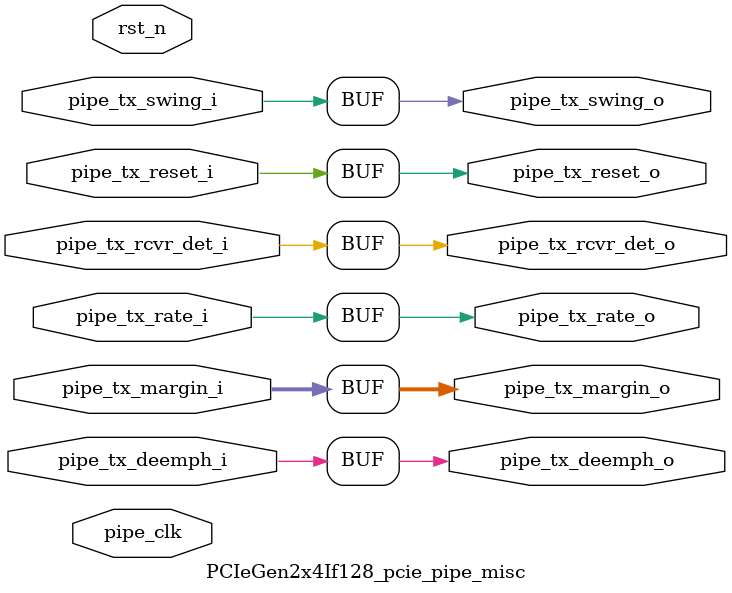
<source format=v>

`timescale 1ps/1ps

(* DowngradeIPIdentifiedWarnings = "yes" *)
module PCIeGen2x4If128_pcie_pipe_misc #
(
    parameter        PIPE_PIPELINE_STAGES = 0,    // 0 - 0 stages, 1 - 1 stage, 2 - 2 stages
    parameter TCQ  = 1 // synthesis warning solved: parameter declaration becomes local
)
(

    input   wire        pipe_tx_rcvr_det_i       ,     // PIPE Tx Receiver Detect
    input   wire        pipe_tx_reset_i          ,     // PIPE Tx Reset
    input   wire        pipe_tx_rate_i           ,     // PIPE Tx Rate
    input   wire        pipe_tx_deemph_i         ,     // PIPE Tx Deemphasis
    input   wire [2:0]  pipe_tx_margin_i         ,     // PIPE Tx Margin
    input   wire        pipe_tx_swing_i          ,     // PIPE Tx Swing

    output  wire        pipe_tx_rcvr_det_o       ,     // Pipelined PIPE Tx Receiver Detect
    output  wire        pipe_tx_reset_o          ,     // Pipelined PIPE Tx Reset
    output  wire        pipe_tx_rate_o           ,     // Pipelined PIPE Tx Rate
    output  wire        pipe_tx_deemph_o         ,     // Pipelined PIPE Tx Deemphasis
    output  wire [2:0]  pipe_tx_margin_o         ,     // Pipelined PIPE Tx Margin
    output  wire        pipe_tx_swing_o          ,     // Pipelined PIPE Tx Swing

    input   wire        pipe_clk                ,      // PIPE Clock
    input   wire        rst_n                          // Reset
);

//******************************************************************//
// Reality check.                                                   //
//******************************************************************//

//    parameter TCQ  = 1;      // clock to out delay model

    generate

    if (PIPE_PIPELINE_STAGES == 0) begin : pipe_stages_0

        assign pipe_tx_rcvr_det_o = pipe_tx_rcvr_det_i;
        assign pipe_tx_reset_o  = pipe_tx_reset_i;
        assign pipe_tx_rate_o = pipe_tx_rate_i;
        assign pipe_tx_deemph_o = pipe_tx_deemph_i;
        assign pipe_tx_margin_o = pipe_tx_margin_i;
        assign pipe_tx_swing_o = pipe_tx_swing_i;

    end // if (PIPE_PIPELINE_STAGES == 0)
    else if (PIPE_PIPELINE_STAGES == 1) begin : pipe_stages_1

    reg                pipe_tx_rcvr_det_q       ;
    reg                pipe_tx_reset_q          ;
    reg                pipe_tx_rate_q           ;
    reg                pipe_tx_deemph_q         ;
    reg [2:0]          pipe_tx_margin_q         ;
    reg                pipe_tx_swing_q          ;

        always @(posedge pipe_clk) begin

        if (rst_n)
        begin

            pipe_tx_rcvr_det_q <= #TCQ 0;
            pipe_tx_reset_q  <= #TCQ 1'b1;
            pipe_tx_rate_q <= #TCQ 0;
            pipe_tx_deemph_q <= #TCQ 1'b1;
            pipe_tx_margin_q <= #TCQ 0;
            pipe_tx_swing_q <= #TCQ 0;

        end
        else
        begin

            pipe_tx_rcvr_det_q <= #TCQ pipe_tx_rcvr_det_i;
            pipe_tx_reset_q  <= #TCQ pipe_tx_reset_i;
            pipe_tx_rate_q <= #TCQ pipe_tx_rate_i;
            pipe_tx_deemph_q <= #TCQ pipe_tx_deemph_i;
            pipe_tx_margin_q <= #TCQ pipe_tx_margin_i;
            pipe_tx_swing_q <= #TCQ pipe_tx_swing_i;

          end

        end

        assign pipe_tx_rcvr_det_o = pipe_tx_rcvr_det_q;
        assign pipe_tx_reset_o  = pipe_tx_reset_q;
        assign pipe_tx_rate_o = pipe_tx_rate_q;
        assign pipe_tx_deemph_o = pipe_tx_deemph_q;
        assign pipe_tx_margin_o = pipe_tx_margin_q;
        assign pipe_tx_swing_o = pipe_tx_swing_q;

    end // if (PIPE_PIPELINE_STAGES == 1)
    else if (PIPE_PIPELINE_STAGES == 2) begin : pipe_stages_2

    reg                pipe_tx_rcvr_det_q       ;
    reg                pipe_tx_reset_q          ;
    reg                pipe_tx_rate_q           ;
    reg                pipe_tx_deemph_q         ;
    reg [2:0]          pipe_tx_margin_q         ;
    reg                pipe_tx_swing_q          ;

    reg                pipe_tx_rcvr_det_qq      ;
    reg                pipe_tx_reset_qq         ;
    reg                pipe_tx_rate_qq          ;
    reg                pipe_tx_deemph_qq        ;
    reg [2:0]          pipe_tx_margin_qq        ;
    reg                pipe_tx_swing_qq         ;

        always @(posedge pipe_clk) begin

        if (rst_n)
        begin

            pipe_tx_rcvr_det_q <= #TCQ 0;
            pipe_tx_reset_q  <= #TCQ 1'b1;
            pipe_tx_rate_q <= #TCQ 0;
            pipe_tx_deemph_q <= #TCQ 1'b1;
            pipe_tx_margin_q <= #TCQ 0;
            pipe_tx_swing_q <= #TCQ 0;

            pipe_tx_rcvr_det_qq <= #TCQ 0;
            pipe_tx_reset_qq  <= #TCQ 1'b1;
            pipe_tx_rate_qq <= #TCQ 0;
            pipe_tx_deemph_qq <= #TCQ 1'b1;
            pipe_tx_margin_qq <= #TCQ 0;
            pipe_tx_swing_qq <= #TCQ 0;

        end
        else
        begin

            pipe_tx_rcvr_det_q <= #TCQ pipe_tx_rcvr_det_i;
            pipe_tx_reset_q  <= #TCQ pipe_tx_reset_i;
            pipe_tx_rate_q <= #TCQ pipe_tx_rate_i;
            pipe_tx_deemph_q <= #TCQ pipe_tx_deemph_i;
            pipe_tx_margin_q <= #TCQ pipe_tx_margin_i;
            pipe_tx_swing_q <= #TCQ pipe_tx_swing_i;

            pipe_tx_rcvr_det_qq <= #TCQ pipe_tx_rcvr_det_q;
            pipe_tx_reset_qq  <= #TCQ pipe_tx_reset_q;
            pipe_tx_rate_qq <= #TCQ pipe_tx_rate_q;
            pipe_tx_deemph_qq <= #TCQ pipe_tx_deemph_q;
            pipe_tx_margin_qq <= #TCQ pipe_tx_margin_q;
            pipe_tx_swing_qq <= #TCQ pipe_tx_swing_q;

          end

        end

        assign pipe_tx_rcvr_det_o = pipe_tx_rcvr_det_qq;
        assign pipe_tx_reset_o  = pipe_tx_reset_qq;
        assign pipe_tx_rate_o = pipe_tx_rate_qq;
        assign pipe_tx_deemph_o = pipe_tx_deemph_qq;
        assign pipe_tx_margin_o = pipe_tx_margin_qq;
        assign pipe_tx_swing_o = pipe_tx_swing_qq;

    end // if (PIPE_PIPELINE_STAGES == 2)

    endgenerate

endmodule


</source>
